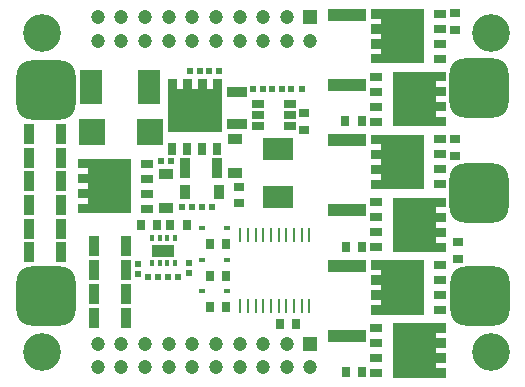
<source format=gts>
G04*
G04 #@! TF.GenerationSoftware,Altium Limited,Altium Designer,23.8.1 (32)*
G04*
G04 Layer_Color=8388736*
%FSLAX44Y44*%
%MOMM*%
G71*
G04*
G04 #@! TF.SameCoordinates,050FA7AA-ABA3-4C18-851E-56E06D371AC9*
G04*
G04*
G04 #@! TF.FilePolarity,Negative*
G04*
G01*
G75*
%ADD14R,1.0000X0.8000*%
%ADD15R,1.2700X0.9400*%
%ADD16R,0.4700X0.5200*%
%ADD17R,2.1600X2.2600*%
%ADD18R,0.5900X0.4500*%
%ADD19R,0.9500X1.7000*%
%ADD20R,0.4000X0.5000*%
%ADD21R,1.9000X1.1000*%
%ADD22R,0.5200X0.4700*%
%ADD23R,0.7500X0.9000*%
%ADD24R,0.9000X0.7500*%
%ADD25O,0.2500X1.2000*%
%ADD26R,2.5000X1.8950*%
G04:AMPARAMS|DCode=27|XSize=1.1mm|YSize=0.6mm|CornerRadius=0.051mm|HoleSize=0mm|Usage=FLASHONLY|Rotation=180.000|XOffset=0mm|YOffset=0mm|HoleType=Round|Shape=RoundedRectangle|*
%AMROUNDEDRECTD27*
21,1,1.1000,0.4980,0,0,180.0*
21,1,0.9980,0.6000,0,0,180.0*
1,1,0.1020,-0.4990,0.2490*
1,1,0.1020,0.4990,0.2490*
1,1,0.1020,0.4990,-0.2490*
1,1,0.1020,-0.4990,-0.2490*
%
%ADD27ROUNDEDRECTD27*%
%ADD28R,1.7000X0.9500*%
%ADD29R,3.3000X1.0500*%
%ADD30R,0.8000X1.0000*%
%ADD31R,0.9400X1.2700*%
%ADD32R,1.9600X3.0000*%
G04:AMPARAMS|DCode=33|XSize=5mm|YSize=5mm|CornerRadius=1.25mm|HoleSize=0mm|Usage=FLASHONLY|Rotation=0.000|XOffset=0mm|YOffset=0mm|HoleType=Round|Shape=RoundedRectangle|*
%AMROUNDEDRECTD33*
21,1,5.0000,2.5000,0,0,0.0*
21,1,2.5000,5.0000,0,0,0.0*
1,1,2.5000,1.2500,-1.2500*
1,1,2.5000,-1.2500,-1.2500*
1,1,2.5000,-1.2500,1.2500*
1,1,2.5000,1.2500,1.2500*
%
%ADD33ROUNDEDRECTD33*%
%ADD34C,1.2000*%
%ADD35R,1.2000X1.2000*%
%ADD36C,3.2000*%
%ADD37C,0.3000*%
G36*
X371100Y297010D02*
X326100D01*
Y304910D01*
X334600D01*
Y309610D01*
X326100D01*
Y317610D01*
X334600D01*
Y322310D01*
X326100D01*
Y330310D01*
X334600D01*
Y335010D01*
X326100D01*
Y343010D01*
X371100D01*
Y297010D01*
D02*
G37*
G36*
X200300Y238700D02*
X154300D01*
Y283700D01*
X162200D01*
Y275200D01*
X166900D01*
Y283700D01*
X174900D01*
Y275200D01*
X179600D01*
Y283700D01*
X187600D01*
Y275200D01*
X192300D01*
Y283700D01*
X200300D01*
Y238700D01*
D02*
G37*
G36*
X389900Y281900D02*
X381400D01*
Y277200D01*
X389900D01*
Y269200D01*
X381400D01*
Y264500D01*
X389900D01*
Y256500D01*
X381400D01*
Y251800D01*
X389900D01*
Y243800D01*
X344900D01*
Y289800D01*
X389900D01*
Y281900D01*
D02*
G37*
G36*
X371100Y190600D02*
X326100D01*
Y198500D01*
X334600D01*
Y203200D01*
X326100D01*
Y211200D01*
X334600D01*
Y215900D01*
X326100D01*
Y223900D01*
X334600D01*
Y228600D01*
X326100D01*
Y236600D01*
X371100D01*
Y190600D01*
D02*
G37*
G36*
X123000Y170200D02*
X78000D01*
Y178100D01*
X86500D01*
Y182800D01*
X78000D01*
Y190800D01*
X86500D01*
Y195500D01*
X78000D01*
Y203500D01*
X86500D01*
Y208200D01*
X78000D01*
Y216200D01*
X123000D01*
Y170200D01*
D02*
G37*
G36*
X389900Y175500D02*
X381400D01*
Y170800D01*
X389900D01*
Y162800D01*
X381400D01*
Y158100D01*
X389900D01*
Y150100D01*
X381400D01*
Y145400D01*
X389900D01*
Y137400D01*
X344900D01*
Y183400D01*
X389900D01*
Y175500D01*
D02*
G37*
G36*
X371100Y84200D02*
X326100D01*
Y92100D01*
X334600D01*
Y96800D01*
X326100D01*
Y104800D01*
X334600D01*
Y109500D01*
X326100D01*
Y117500D01*
X334600D01*
Y122200D01*
X326100D01*
Y130200D01*
X371100D01*
Y84200D01*
D02*
G37*
G36*
X389900Y69100D02*
X381400D01*
Y64400D01*
X389900D01*
Y56400D01*
X381400D01*
Y51700D01*
X389900D01*
Y43700D01*
X381400D01*
Y39000D01*
X389900D01*
Y31000D01*
X344900D01*
Y77000D01*
X389900D01*
Y69100D01*
D02*
G37*
D14*
X137000Y174200D02*
D03*
Y186900D02*
D03*
Y199600D02*
D03*
Y212300D02*
D03*
X385100Y339110D02*
D03*
Y326410D02*
D03*
Y313710D02*
D03*
Y301010D02*
D03*
Y232700D02*
D03*
Y220000D02*
D03*
Y207300D02*
D03*
Y194600D02*
D03*
Y126300D02*
D03*
Y113600D02*
D03*
Y100900D02*
D03*
Y88200D02*
D03*
X330900Y247700D02*
D03*
Y260400D02*
D03*
Y273100D02*
D03*
Y285800D02*
D03*
Y141300D02*
D03*
Y154000D02*
D03*
Y166700D02*
D03*
Y179400D02*
D03*
Y34900D02*
D03*
Y47600D02*
D03*
Y60300D02*
D03*
Y73000D02*
D03*
D15*
X153300Y174640D02*
D03*
X211600Y233160D02*
D03*
Y204200D02*
D03*
X153300Y203600D02*
D03*
D16*
X166300Y175100D02*
D03*
X162900Y115800D02*
D03*
X154300D02*
D03*
X146500D02*
D03*
X137900D02*
D03*
X259100Y275100D02*
D03*
X267700D02*
D03*
X235400D02*
D03*
X226800D02*
D03*
X251500D02*
D03*
X242900D02*
D03*
X156900Y214100D02*
D03*
X148300D02*
D03*
X173100Y290300D02*
D03*
X181700D02*
D03*
X189400D02*
D03*
X198000D02*
D03*
X183300Y175100D02*
D03*
X191900D02*
D03*
X174900D02*
D03*
D17*
X90500Y239300D02*
D03*
X139500D02*
D03*
D18*
X183700Y104200D02*
D03*
X204700D02*
D03*
Y157300D02*
D03*
X183700D02*
D03*
X204700Y130700D02*
D03*
X183700D02*
D03*
D19*
X92100Y81900D02*
D03*
X119100D02*
D03*
X63800Y137200D02*
D03*
X36800D02*
D03*
Y217200D02*
D03*
X63800D02*
D03*
X36800Y197200D02*
D03*
X63800D02*
D03*
X36800Y177200D02*
D03*
X63800D02*
D03*
X119100Y142100D02*
D03*
X92100D02*
D03*
X36800Y157200D02*
D03*
X63800D02*
D03*
X36800Y237200D02*
D03*
X63800Y237200D02*
D03*
X168800Y208100D02*
D03*
X195800D02*
D03*
X119100Y122000D02*
D03*
X92100D02*
D03*
X119100Y102000D02*
D03*
X92100Y102000D02*
D03*
D20*
X154000Y128000D02*
D03*
X160500Y149000D02*
D03*
X154000D02*
D03*
X147500D02*
D03*
X141000D02*
D03*
X160500Y128000D02*
D03*
X147500D02*
D03*
X141000D02*
D03*
D21*
X150750Y138500D02*
D03*
D22*
X129500Y127600D02*
D03*
Y119000D02*
D03*
X172000Y128000D02*
D03*
Y119400D02*
D03*
D23*
X145500Y160200D02*
D03*
X131500D02*
D03*
X170500D02*
D03*
X156500D02*
D03*
X319100Y35400D02*
D03*
X305100D02*
D03*
X318800Y248100D02*
D03*
X304800D02*
D03*
X319000Y141800D02*
D03*
X305000D02*
D03*
X189900Y90900D02*
D03*
X203900D02*
D03*
X249300Y76800D02*
D03*
X263300D02*
D03*
X203900Y117400D02*
D03*
X189900D02*
D03*
X203900Y144000D02*
D03*
X189900D02*
D03*
D24*
X400200Y131800D02*
D03*
Y145800D02*
D03*
X398000Y219000D02*
D03*
Y233000D02*
D03*
X397800Y339500D02*
D03*
Y325500D02*
D03*
X269700Y255100D02*
D03*
Y241100D02*
D03*
X214300Y178700D02*
D03*
Y192700D02*
D03*
D25*
X215750Y91600D02*
D03*
X222250D02*
D03*
X228750D02*
D03*
X235250D02*
D03*
X241750D02*
D03*
X248250D02*
D03*
X254750D02*
D03*
X261250D02*
D03*
X267750D02*
D03*
X274250D02*
D03*
X215750Y151600D02*
D03*
X222250D02*
D03*
X228750D02*
D03*
X235250D02*
D03*
X241750D02*
D03*
X248250D02*
D03*
X254750D02*
D03*
X261250D02*
D03*
X267750D02*
D03*
X274250D02*
D03*
D26*
X247700Y224600D02*
D03*
Y183700D02*
D03*
D27*
X230800Y243800D02*
D03*
Y253300D02*
D03*
Y262800D02*
D03*
X257800D02*
D03*
Y253300D02*
D03*
Y243800D02*
D03*
D28*
X212800Y273000D02*
D03*
Y246000D02*
D03*
D29*
X306200Y337800D02*
D03*
Y278800D02*
D03*
Y231800D02*
D03*
Y172800D02*
D03*
Y125400D02*
D03*
Y66400D02*
D03*
D30*
X196400Y224700D02*
D03*
X183700D02*
D03*
X171000D02*
D03*
X158300D02*
D03*
D31*
X168840Y188600D02*
D03*
X197800D02*
D03*
D32*
X89700Y276700D02*
D03*
X138800D02*
D03*
D33*
X50900Y99900D02*
D03*
Y274600D02*
D03*
X418100Y276400D02*
D03*
X418300Y187000D02*
D03*
X418400Y100000D02*
D03*
D34*
X95200Y39900D02*
D03*
X115200D02*
D03*
X135200D02*
D03*
X155200D02*
D03*
X175200D02*
D03*
X195200D02*
D03*
X215200D02*
D03*
X235200D02*
D03*
X95200Y59900D02*
D03*
X115200D02*
D03*
X135200D02*
D03*
X155200D02*
D03*
X175200D02*
D03*
X195200D02*
D03*
X215200D02*
D03*
X235200D02*
D03*
X255200Y39900D02*
D03*
Y59900D02*
D03*
X275200Y39900D02*
D03*
X95200Y316000D02*
D03*
X115200D02*
D03*
X135200D02*
D03*
X155200D02*
D03*
X175200D02*
D03*
X195200D02*
D03*
X215200D02*
D03*
X235200D02*
D03*
X95200Y336000D02*
D03*
X115200D02*
D03*
X135200D02*
D03*
X155200D02*
D03*
X175200D02*
D03*
X195200D02*
D03*
X215200D02*
D03*
X235200D02*
D03*
X255200Y316000D02*
D03*
Y336000D02*
D03*
X275200Y316000D02*
D03*
D35*
Y59900D02*
D03*
Y336000D02*
D03*
D36*
X48000Y323100D02*
D03*
Y53000D02*
D03*
X428000Y323100D02*
D03*
Y53000D02*
D03*
D37*
X38700Y313900D02*
D03*
X57200D02*
D03*
X35000Y323100D02*
D03*
X48000Y336100D02*
D03*
X61000Y323100D02*
D03*
X48000Y310100D02*
D03*
X38300Y331900D02*
D03*
X58100Y331600D02*
D03*
Y61500D02*
D03*
X38300Y61800D02*
D03*
X48000Y40000D02*
D03*
X61000Y53000D02*
D03*
X48000Y66000D02*
D03*
X35000Y53000D02*
D03*
X57200Y43800D02*
D03*
X38700D02*
D03*
X438100Y331600D02*
D03*
X418300Y331900D02*
D03*
X428000Y310100D02*
D03*
X441000Y323100D02*
D03*
X428000Y336100D02*
D03*
X415000Y323100D02*
D03*
X437200Y313900D02*
D03*
X418700D02*
D03*
X438100Y61500D02*
D03*
X418300Y61800D02*
D03*
X428000Y40000D02*
D03*
X441000Y53000D02*
D03*
X428000Y66000D02*
D03*
X415000Y53000D02*
D03*
X437200Y43800D02*
D03*
X418700D02*
D03*
M02*

</source>
